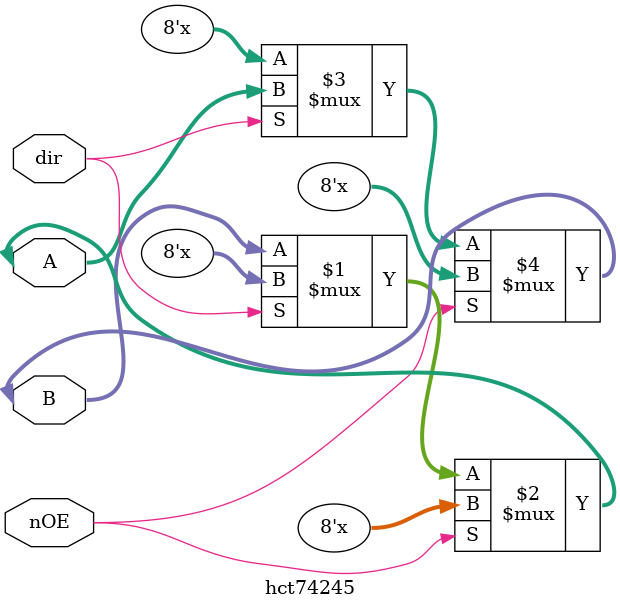
<source format=v>
`timescale 1ns/100ps

module hct74245( 
    input dir,
    input nOE,
    inout [7:0] A,
    inout [7:0] B
);
    parameter [8*10:0] NAME="74245";
    parameter LOG=0;

    // HCT typical @ 5v according to https://assets.nexperia.com/documents/data-sheet/74HC_HCT245.pdf
    if (0)
        specify
            (A => B) = (10);
            (B => A) = (10);
            (dir *> A) = (16);
            (dir *> B) = (16);
            (nOE *> A) = (16);
            (nOE *> B) = (16);
        endspecify

    if (LOG) always @(*) begin
        $display("%6d", $time,  " BUF %-s: A=%8b ", NAME, A, "B=%-8b ", B, "dir=%1b", dir, " nOE=%1b", nOE);
    end

    assign A=nOE? 8'bzzzzzzzz :dir?8'bzzzzzzzz:B;
    assign B=nOE? 8'bzzzzzzzz :dir?A:8'bzzzzzzzz;

endmodule: hct74245


</source>
